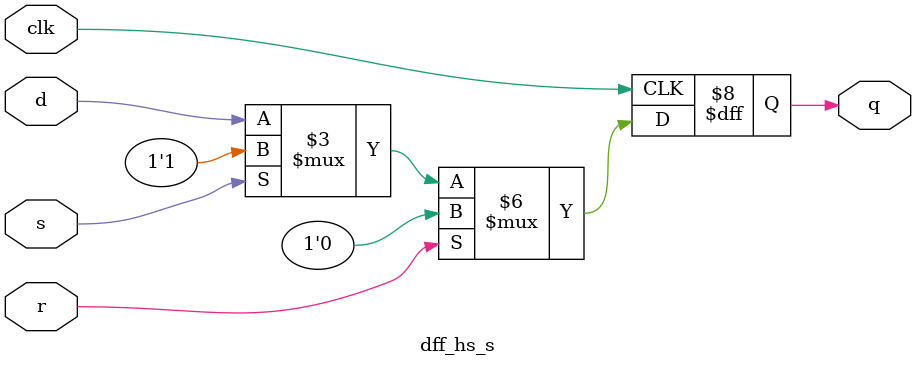
<source format=sv>
module latch(d,clk,q);
    input d, clk;
    output reg q;
    always @(clk,d)
        if (clk)
            q <= d;
endmodule

//active high synchronous reset d flip flop
module dff_hs(d,clk,q,r);
    input d, clk,r;
    output reg q;
    always_ff @(posedge clk) begin
        if (r)
            q <= 1'b0;
        else
            q <= d;
    end
endmodule

//a D-FF with asynchronous active lowreset and an active high enable.
module dff_la(d,clk,q,r,en);
    input d, clk,r,en;
    output reg q;
    always_ff @(posedge clk, negedge r) begin
        if (!r)
            q <= 1'b0;
        else if (en)
            q <= d;
    end
endmodule

//with active high synchronous reset, and an active high synchronous set.
module dff_hs_s(d,clk,q,r,s);
    input d, clk,r,s;
    output reg q;
    always_ff @(posedge clk) begin
        if (r)
            q <= 1'b0;
        else if (s)
            q <= 1'b1;
        else
            q <= d;
    end
endmodule
//Q5, yes, during sysnethesis,  always_ff will let system verilog know that it should act like flip flop 

</source>
